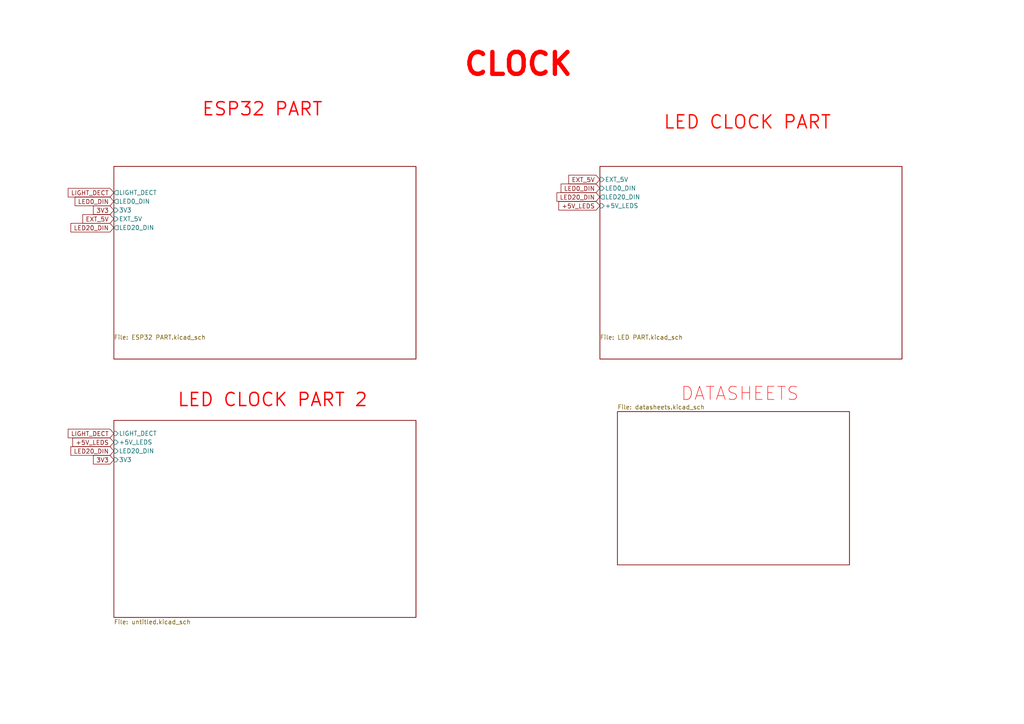
<source format=kicad_sch>
(kicad_sch
	(version 20250114)
	(generator "eeschema")
	(generator_version "9.0")
	(uuid "515b3e2b-262e-4a7f-92c2-6b5cc916246f")
	(paper "A4")
	(title_block
		(title "CLOCK")
		(date "2025-10-30")
		(rev "1.0")
		(company "Gabriele Odino")
	)
	(lib_symbols)
	(text "CLOCK"
		(exclude_from_sim no)
		(at 150.368 18.796 0)
		(effects
			(font
				(size 6.35 6.35)
				(thickness 1.27)
				(bold yes)
				(color 255 0 0 1)
			)
		)
		(uuid "cd036f16-4d31-4466-95d9-2c574dc1a45d")
	)
	(global_label "LED20_DIN"
		(shape input)
		(at 33.02 66.04 180)
		(fields_autoplaced yes)
		(effects
			(font
				(size 1.27 1.27)
			)
			(justify right)
		)
		(uuid "1fa54a05-7712-4bdd-9623-5970e5372109")
		(property "Intersheetrefs" "${INTERSHEET_REFS}"
			(at 19.9958 66.04 0)
			(effects
				(font
					(size 1.27 1.27)
				)
				(justify right)
				(hide yes)
			)
		)
	)
	(global_label "3V3"
		(shape input)
		(at 33.02 133.35 180)
		(fields_autoplaced yes)
		(effects
			(font
				(size 1.27 1.27)
			)
			(justify right)
		)
		(uuid "29d31d73-e173-4ec2-96ec-c967ca7e6a8e")
		(property "Intersheetrefs" "${INTERSHEET_REFS}"
			(at 26.5272 133.35 0)
			(effects
				(font
					(size 1.27 1.27)
				)
				(justify right)
				(hide yes)
			)
		)
	)
	(global_label "EXT_5V"
		(shape input)
		(at 173.99 52.07 180)
		(fields_autoplaced yes)
		(effects
			(font
				(size 1.27 1.27)
			)
			(justify right)
		)
		(uuid "3abc0a8f-8a88-4b49-b417-e27620211fb2")
		(property "Intersheetrefs" "${INTERSHEET_REFS}"
			(at 164.413 52.07 0)
			(effects
				(font
					(size 1.27 1.27)
				)
				(justify right)
				(hide yes)
			)
		)
	)
	(global_label "LIGHT_DECT"
		(shape input)
		(at 33.02 55.88 180)
		(fields_autoplaced yes)
		(effects
			(font
				(size 1.27 1.27)
			)
			(justify right)
		)
		(uuid "4266407e-e489-44c3-bc00-f154797cbf32")
		(property "Intersheetrefs" "${INTERSHEET_REFS}"
			(at 19.2096 55.88 0)
			(effects
				(font
					(size 1.27 1.27)
				)
				(justify right)
				(hide yes)
			)
		)
	)
	(global_label "+5V_LEDS"
		(shape input)
		(at 173.99 59.69 180)
		(fields_autoplaced yes)
		(effects
			(font
				(size 1.27 1.27)
			)
			(justify right)
		)
		(uuid "5fae7b2d-68e7-4ad7-a888-7b87d921d710")
		(property "Intersheetrefs" "${INTERSHEET_REFS}"
			(at 161.5101 59.69 0)
			(effects
				(font
					(size 1.27 1.27)
				)
				(justify right)
				(hide yes)
			)
		)
	)
	(global_label "+5V_LEDS"
		(shape input)
		(at 33.02 128.27 180)
		(fields_autoplaced yes)
		(effects
			(font
				(size 1.27 1.27)
			)
			(justify right)
		)
		(uuid "8b309922-74ca-4e39-8482-cbe7d4fd1eb8")
		(property "Intersheetrefs" "${INTERSHEET_REFS}"
			(at 20.5401 128.27 0)
			(effects
				(font
					(size 1.27 1.27)
				)
				(justify right)
				(hide yes)
			)
		)
	)
	(global_label "LED20_DIN"
		(shape input)
		(at 173.99 57.15 180)
		(fields_autoplaced yes)
		(effects
			(font
				(size 1.27 1.27)
			)
			(justify right)
		)
		(uuid "aa06345d-e9e4-48b5-8ce3-1f85130af721")
		(property "Intersheetrefs" "${INTERSHEET_REFS}"
			(at 160.9658 57.15 0)
			(effects
				(font
					(size 1.27 1.27)
				)
				(justify right)
				(hide yes)
			)
		)
	)
	(global_label "LED20_DIN"
		(shape input)
		(at 33.02 130.81 180)
		(fields_autoplaced yes)
		(effects
			(font
				(size 1.27 1.27)
			)
			(justify right)
		)
		(uuid "c23fd0f7-fbbf-4bd7-9a62-b8ce90515eeb")
		(property "Intersheetrefs" "${INTERSHEET_REFS}"
			(at 19.9958 130.81 0)
			(effects
				(font
					(size 1.27 1.27)
				)
				(justify right)
				(hide yes)
			)
		)
	)
	(global_label "LED0_DIN"
		(shape input)
		(at 33.02 58.42 180)
		(fields_autoplaced yes)
		(effects
			(font
				(size 1.27 1.27)
			)
			(justify right)
		)
		(uuid "c5d86ea0-1cb8-4361-8881-227313b87a59")
		(property "Intersheetrefs" "${INTERSHEET_REFS}"
			(at 21.2053 58.42 0)
			(effects
				(font
					(size 1.27 1.27)
				)
				(justify right)
				(hide yes)
			)
		)
	)
	(global_label "LIGHT_DECT"
		(shape input)
		(at 33.02 125.73 180)
		(fields_autoplaced yes)
		(effects
			(font
				(size 1.27 1.27)
			)
			(justify right)
		)
		(uuid "dbcf03f7-1f0d-4f20-adef-64b756a14c7f")
		(property "Intersheetrefs" "${INTERSHEET_REFS}"
			(at 19.2096 125.73 0)
			(effects
				(font
					(size 1.27 1.27)
				)
				(justify right)
				(hide yes)
			)
		)
	)
	(global_label "LED0_DIN"
		(shape input)
		(at 173.99 54.61 180)
		(fields_autoplaced yes)
		(effects
			(font
				(size 1.27 1.27)
			)
			(justify right)
		)
		(uuid "dd69dc2f-dd7a-4b5c-9591-766cab9ac532")
		(property "Intersheetrefs" "${INTERSHEET_REFS}"
			(at 162.1753 54.61 0)
			(effects
				(font
					(size 1.27 1.27)
				)
				(justify right)
				(hide yes)
			)
		)
	)
	(global_label "EXT_5V"
		(shape input)
		(at 33.02 63.5 180)
		(fields_autoplaced yes)
		(effects
			(font
				(size 1.27 1.27)
			)
			(justify right)
		)
		(uuid "e322ac58-659b-410a-8058-63a3b1a1cc0c")
		(property "Intersheetrefs" "${INTERSHEET_REFS}"
			(at 23.443 63.5 0)
			(effects
				(font
					(size 1.27 1.27)
				)
				(justify right)
				(hide yes)
			)
		)
	)
	(global_label "3V3"
		(shape input)
		(at 33.02 60.96 180)
		(fields_autoplaced yes)
		(effects
			(font
				(size 1.27 1.27)
			)
			(justify right)
		)
		(uuid "fd4650aa-aeea-4a90-b8bb-7e44580d4807")
		(property "Intersheetrefs" "${INTERSHEET_REFS}"
			(at 26.5272 60.96 0)
			(effects
				(font
					(size 1.27 1.27)
				)
				(justify right)
				(hide yes)
			)
		)
	)
	(sheet
		(at 33.02 121.92)
		(size 87.63 57.15)
		(exclude_from_sim no)
		(in_bom yes)
		(on_board yes)
		(dnp no)
		(stroke
			(width 0.1524)
			(type solid)
		)
		(fill
			(color 0 0 0 0.0000)
		)
		(uuid "699b33dd-e027-41ff-865d-a2def2231e08")
		(property "Sheetname" "LED CLOCK PART 2"
			(at 51.308 118.11 0)
			(effects
				(font
					(size 3.81 3.81)
					(thickness 0.4064)
					(bold yes)
					(color 255 0 2 1)
				)
				(justify left bottom)
			)
		)
		(property "Sheetfile" "untitled.kicad_sch"
			(at 33.02 179.6546 0)
			(effects
				(font
					(size 1.27 1.27)
				)
				(justify left top)
			)
		)
		(pin "LIGHT_DECT" input
			(at 33.02 125.73 180)
			(uuid "e577f1a6-7d58-4a51-ab19-1d295499fadc")
			(effects
				(font
					(size 1.27 1.27)
				)
				(justify left)
			)
		)
		(pin "+5V_LEDS" input
			(at 33.02 128.27 180)
			(uuid "a09e7d82-d806-4ee9-8a38-3500dd38e978")
			(effects
				(font
					(size 1.27 1.27)
				)
				(justify left)
			)
		)
		(pin "LED20_DIN" input
			(at 33.02 130.81 180)
			(uuid "176dd6c4-75e4-4ce3-9372-c6073b77124f")
			(effects
				(font
					(size 1.27 1.27)
				)
				(justify left)
			)
		)
		(pin "3V3" input
			(at 33.02 133.35 180)
			(uuid "30fc9c5d-4632-4cdc-a8c9-01933336cae1")
			(effects
				(font
					(size 1.27 1.27)
				)
				(justify left)
			)
		)
		(instances
			(project "clock"
				(path "/515b3e2b-262e-4a7f-92c2-6b5cc916246f"
					(page "5")
				)
			)
		)
	)
	(sheet
		(at 179.07 119.38)
		(size 67.31 44.45)
		(exclude_from_sim no)
		(in_bom yes)
		(on_board yes)
		(dnp no)
		(stroke
			(width 0.1524)
			(type solid)
		)
		(fill
			(color 0 0 0 0.0000)
		)
		(uuid "7b95fc52-9a63-4d54-9e94-d6f631c0588b")
		(property "Sheetname" "DATASHEETS"
			(at 197.358 116.332 0)
			(effects
				(font
					(size 3.81 3.81)
					(color 255 0 5 1)
				)
				(justify left bottom)
			)
		)
		(property "Sheetfile" "datasheets.kicad_sch"
			(at 179.07 117.348 0)
			(effects
				(font
					(size 1.27 1.27)
				)
				(justify left top)
			)
		)
		(instances
			(project "clock"
				(path "/515b3e2b-262e-4a7f-92c2-6b5cc916246f"
					(page "5")
				)
			)
		)
	)
	(sheet
		(at 33.02 48.26)
		(size 87.63 55.88)
		(exclude_from_sim no)
		(in_bom yes)
		(on_board yes)
		(dnp no)
		(stroke
			(width 0.1524)
			(type solid)
		)
		(fill
			(color 0 0 0 0.0000)
		)
		(uuid "900efef8-ea9d-4ec0-9940-9d8cf51f90fc")
		(property "Sheetname" "ESP32 PART"
			(at 58.42 33.782 0)
			(effects
				(font
					(size 3.81 3.81)
					(thickness 0.4115)
					(bold yes)
					(color 255 2 9 1)
				)
				(justify left bottom)
			)
		)
		(property "Sheetfile" "ESP32 PART.kicad_sch"
			(at 33.02 97.1046 0)
			(effects
				(font
					(size 1.27 1.27)
				)
				(justify left top)
			)
		)
		(pin "LIGHT_DECT" output
			(at 33.02 55.88 180)
			(uuid "e06937d6-b520-4846-bde2-52849c363b64")
			(effects
				(font
					(size 1.27 1.27)
				)
				(justify left)
			)
		)
		(pin "LED0_DIN" output
			(at 33.02 58.42 180)
			(uuid "a4d27378-e153-44c7-9a80-7810d429c6ad")
			(effects
				(font
					(size 1.27 1.27)
				)
				(justify left)
			)
		)
		(pin "3V3" input
			(at 33.02 60.96 180)
			(uuid "ee5bf2c2-f00e-4abc-aaa9-2018900b18aa")
			(effects
				(font
					(size 1.27 1.27)
				)
				(justify left)
			)
		)
		(pin "EXT_5V" input
			(at 33.02 63.5 180)
			(uuid "e6483059-6fdb-4f83-b4f7-9fcb95261658")
			(effects
				(font
					(size 1.27 1.27)
				)
				(justify left)
			)
		)
		(pin "LED20_DIN" output
			(at 33.02 66.04 180)
			(uuid "2a755933-347f-42df-9fdd-6c7e3d906c58")
			(effects
				(font
					(size 1.27 1.27)
				)
				(justify left)
			)
		)
		(instances
			(project "clock"
				(path "/515b3e2b-262e-4a7f-92c2-6b5cc916246f"
					(page "2")
				)
			)
		)
	)
	(sheet
		(at 173.99 48.26)
		(size 87.63 55.88)
		(exclude_from_sim no)
		(in_bom yes)
		(on_board yes)
		(dnp no)
		(stroke
			(width 0.1524)
			(type solid)
		)
		(fill
			(color 0 0 0 0.0000)
		)
		(uuid "cd02ae20-a8fa-4a68-8aa8-920e6e2d4c6f")
		(property "Sheetname" "LED CLOCK PART"
			(at 192.278 37.592 0)
			(effects
				(font
					(size 3.81 3.81)
					(thickness 0.4115)
					(bold yes)
					(color 255 15 5 1)
				)
				(justify left bottom)
			)
		)
		(property "Sheetfile" "LED PART.kicad_sch"
			(at 173.99 97.1046 0)
			(effects
				(font
					(size 1.27 1.27)
				)
				(justify left top)
			)
		)
		(pin "EXT_5V" input
			(at 173.99 52.07 180)
			(uuid "74a65ae0-b104-4383-9561-5c1cdf7f7634")
			(effects
				(font
					(size 1.27 1.27)
				)
				(justify left)
			)
		)
		(pin "LED0_DIN" input
			(at 173.99 54.61 180)
			(uuid "960f9a81-8f4e-4c15-a1da-2f7e7ac17c33")
			(effects
				(font
					(size 1.27 1.27)
				)
				(justify left)
			)
		)
		(pin "LED20_DIN" output
			(at 173.99 57.15 180)
			(uuid "52b907ab-039a-48d5-87ce-7d6d69ac106f")
			(effects
				(font
					(size 1.27 1.27)
				)
				(justify left)
			)
		)
		(pin "+5V_LEDS" input
			(at 173.99 59.69 180)
			(uuid "2e34bcb9-ffb3-4c5f-adba-0af72b6aec03")
			(effects
				(font
					(size 1.27 1.27)
				)
				(justify left)
			)
		)
		(instances
			(project "clock"
				(path "/515b3e2b-262e-4a7f-92c2-6b5cc916246f"
					(page "3")
				)
			)
		)
	)
	(sheet_instances
		(path "/"
			(page "1")
		)
	)
	(embedded_fonts no)
)

</source>
